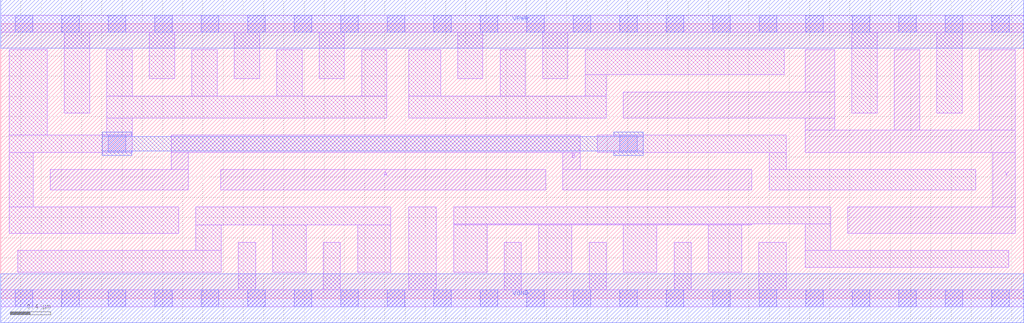
<source format=lef>
# Copyright 2020 The SkyWater PDK Authors
#
# Licensed under the Apache License, Version 2.0 (the "License");
# you may not use this file except in compliance with the License.
# You may obtain a copy of the License at
#
#     https://www.apache.org/licenses/LICENSE-2.0
#
# Unless required by applicable law or agreed to in writing, software
# distributed under the License is distributed on an "AS IS" BASIS,
# WITHOUT WARRANTIES OR CONDITIONS OF ANY KIND, either express or implied.
# See the License for the specific language governing permissions and
# limitations under the License.
#
# SPDX-License-Identifier: Apache-2.0

VERSION 5.7 ;
  NOWIREEXTENSIONATPIN ON ;
  DIVIDERCHAR "/" ;
  BUSBITCHARS "[]" ;
UNITS
  DATABASE MICRONS 200 ;
END UNITS
MACRO sky130_fd_sc_hd__xnor2_4
  CLASS CORE ;
  FOREIGN sky130_fd_sc_hd__xnor2_4 ;
  ORIGIN  0.000000  0.000000 ;
  SIZE  10.12000 BY  2.720000 ;
  SYMMETRY X Y R90 ;
  SITE unithd ;
  PIN A
    ANTENNAGATEAREA  1.980000 ;
    DIRECTION INPUT ;
    USE SIGNAL ;
    PORT
      LAYER li1 ;
        RECT 2.175000 1.075000 5.390000 1.275000 ;
    END
  END A
  PIN B
    ANTENNAGATEAREA  1.980000 ;
    DIRECTION INPUT ;
    USE SIGNAL ;
    PORT
      LAYER li1 ;
        RECT 0.490000 1.075000 1.855000 1.275000 ;
        RECT 1.685000 1.275000 1.855000 1.445000 ;
        RECT 1.685000 1.445000 5.730000 1.615000 ;
        RECT 5.560000 1.075000 7.430000 1.275000 ;
        RECT 5.560000 1.275000 5.730000 1.445000 ;
    END
  END B
  PIN Y
    ANTENNADIFFAREA  1.721000 ;
    DIRECTION OUTPUT ;
    USE SIGNAL ;
    PORT
      LAYER li1 ;
        RECT 6.160000 1.785000  8.250000 2.045000 ;
        RECT 7.960000 1.445000 10.035000 1.665000 ;
        RECT 7.960000 1.665000  8.250000 1.785000 ;
        RECT 7.960000 2.045000  8.250000 2.465000 ;
        RECT 8.380000 0.645000 10.035000 0.905000 ;
        RECT 8.840000 1.665000  9.090000 2.465000 ;
        RECT 9.680000 1.665000 10.035000 2.465000 ;
        RECT 9.815000 0.905000 10.035000 1.445000 ;
    END
  END Y
  PIN VGND
    DIRECTION INOUT ;
    SHAPE ABUTMENT ;
    USE GROUND ;
    PORT
      LAYER met1 ;
        RECT 0.000000 -0.240000 10.120000 0.240000 ;
    END
  END VGND
  PIN VPWR
    DIRECTION INOUT ;
    SHAPE ABUTMENT ;
    USE POWER ;
    PORT
      LAYER met1 ;
        RECT 0.000000 2.480000 10.120000 2.960000 ;
    END
  END VPWR
  OBS
    LAYER li1 ;
      RECT 0.000000 -0.085000 10.120000 0.085000 ;
      RECT 0.000000  2.635000 10.120000 2.805000 ;
      RECT 0.085000  0.645000  1.760000 0.905000 ;
      RECT 0.085000  0.905000  0.320000 1.445000 ;
      RECT 0.085000  1.445000  1.300000 1.615000 ;
      RECT 0.085000  1.615000  0.460000 2.465000 ;
      RECT 0.170000  0.255000  2.180000 0.475000 ;
      RECT 0.630000  1.835000  0.880000 2.635000 ;
      RECT 1.050000  1.615000  1.300000 1.785000 ;
      RECT 1.050000  1.785000  3.820000 2.005000 ;
      RECT 1.050000  2.005000  1.300000 2.465000 ;
      RECT 1.470000  2.175000  1.720000 2.635000 ;
      RECT 1.890000  2.005000  2.140000 2.465000 ;
      RECT 1.930000  0.475000  2.180000 0.725000 ;
      RECT 1.930000  0.725000  3.860000 0.905000 ;
      RECT 2.310000  2.175000  2.560000 2.635000 ;
      RECT 2.350000  0.085000  2.520000 0.555000 ;
      RECT 2.690000  0.255000  3.020000 0.725000 ;
      RECT 2.730000  2.005000  2.980000 2.465000 ;
      RECT 3.150000  2.175000  3.400000 2.635000 ;
      RECT 3.190000  0.085000  3.360000 0.555000 ;
      RECT 3.530000  0.255000  3.860000 0.725000 ;
      RECT 3.570000  2.005000  3.820000 2.465000 ;
      RECT 4.035000  0.085000  4.310000 0.905000 ;
      RECT 4.035000  1.785000  5.990000 2.005000 ;
      RECT 4.035000  2.005000  4.350000 2.465000 ;
      RECT 4.480000  0.255000  4.810000 0.725000 ;
      RECT 4.480000  0.725000  7.430000 0.735000 ;
      RECT 4.480000  0.735000  8.210000 0.905000 ;
      RECT 4.520000  2.175000  4.770000 2.635000 ;
      RECT 4.940000  2.005000  5.190000 2.465000 ;
      RECT 4.980000  0.085000  5.150000 0.555000 ;
      RECT 5.320000  0.255000  5.650000 0.725000 ;
      RECT 5.360000  2.175000  5.610000 2.635000 ;
      RECT 5.780000  2.005000  5.990000 2.215000 ;
      RECT 5.780000  2.215000  7.750000 2.465000 ;
      RECT 5.820000  0.085000  5.990000 0.555000 ;
      RECT 5.900000  1.445000  7.770000 1.615000 ;
      RECT 6.160000  0.255000  6.490000 0.725000 ;
      RECT 6.660000  0.085000  6.830000 0.555000 ;
      RECT 7.000000  0.255000  7.330000 0.725000 ;
      RECT 7.500000  0.085000  7.770000 0.555000 ;
      RECT 7.600000  1.075000  9.645000 1.275000 ;
      RECT 7.600000  1.275000  7.770000 1.445000 ;
      RECT 7.960000  0.305000  9.970000 0.475000 ;
      RECT 7.960000  0.475000  8.210000 0.735000 ;
      RECT 8.420000  1.835000  8.670000 2.635000 ;
      RECT 9.260000  1.835000  9.510000 2.635000 ;
    LAYER mcon ;
      RECT 0.145000 -0.085000 0.315000 0.085000 ;
      RECT 0.145000  2.635000 0.315000 2.805000 ;
      RECT 0.605000 -0.085000 0.775000 0.085000 ;
      RECT 0.605000  2.635000 0.775000 2.805000 ;
      RECT 1.065000 -0.085000 1.235000 0.085000 ;
      RECT 1.065000  1.445000 1.235000 1.615000 ;
      RECT 1.065000  2.635000 1.235000 2.805000 ;
      RECT 1.525000 -0.085000 1.695000 0.085000 ;
      RECT 1.525000  2.635000 1.695000 2.805000 ;
      RECT 1.985000 -0.085000 2.155000 0.085000 ;
      RECT 1.985000  2.635000 2.155000 2.805000 ;
      RECT 2.445000 -0.085000 2.615000 0.085000 ;
      RECT 2.445000  2.635000 2.615000 2.805000 ;
      RECT 2.905000 -0.085000 3.075000 0.085000 ;
      RECT 2.905000  2.635000 3.075000 2.805000 ;
      RECT 3.365000 -0.085000 3.535000 0.085000 ;
      RECT 3.365000  2.635000 3.535000 2.805000 ;
      RECT 3.825000 -0.085000 3.995000 0.085000 ;
      RECT 3.825000  2.635000 3.995000 2.805000 ;
      RECT 4.285000 -0.085000 4.455000 0.085000 ;
      RECT 4.285000  2.635000 4.455000 2.805000 ;
      RECT 4.745000 -0.085000 4.915000 0.085000 ;
      RECT 4.745000  2.635000 4.915000 2.805000 ;
      RECT 5.205000 -0.085000 5.375000 0.085000 ;
      RECT 5.205000  2.635000 5.375000 2.805000 ;
      RECT 5.665000 -0.085000 5.835000 0.085000 ;
      RECT 5.665000  2.635000 5.835000 2.805000 ;
      RECT 6.125000 -0.085000 6.295000 0.085000 ;
      RECT 6.125000  1.445000 6.295000 1.615000 ;
      RECT 6.125000  2.635000 6.295000 2.805000 ;
      RECT 6.585000 -0.085000 6.755000 0.085000 ;
      RECT 6.585000  2.635000 6.755000 2.805000 ;
      RECT 7.045000 -0.085000 7.215000 0.085000 ;
      RECT 7.045000  2.635000 7.215000 2.805000 ;
      RECT 7.505000 -0.085000 7.675000 0.085000 ;
      RECT 7.505000  2.635000 7.675000 2.805000 ;
      RECT 7.965000 -0.085000 8.135000 0.085000 ;
      RECT 7.965000  2.635000 8.135000 2.805000 ;
      RECT 8.425000 -0.085000 8.595000 0.085000 ;
      RECT 8.425000  2.635000 8.595000 2.805000 ;
      RECT 8.885000 -0.085000 9.055000 0.085000 ;
      RECT 8.885000  2.635000 9.055000 2.805000 ;
      RECT 9.345000 -0.085000 9.515000 0.085000 ;
      RECT 9.345000  2.635000 9.515000 2.805000 ;
      RECT 9.805000 -0.085000 9.975000 0.085000 ;
      RECT 9.805000  2.635000 9.975000 2.805000 ;
    LAYER met1 ;
      RECT 1.005000 1.415000 1.295000 1.460000 ;
      RECT 1.005000 1.460000 6.355000 1.600000 ;
      RECT 1.005000 1.600000 1.295000 1.645000 ;
      RECT 6.065000 1.415000 6.355000 1.460000 ;
      RECT 6.065000 1.600000 6.355000 1.645000 ;
  END
END sky130_fd_sc_hd__xnor2_4
END LIBRARY

</source>
